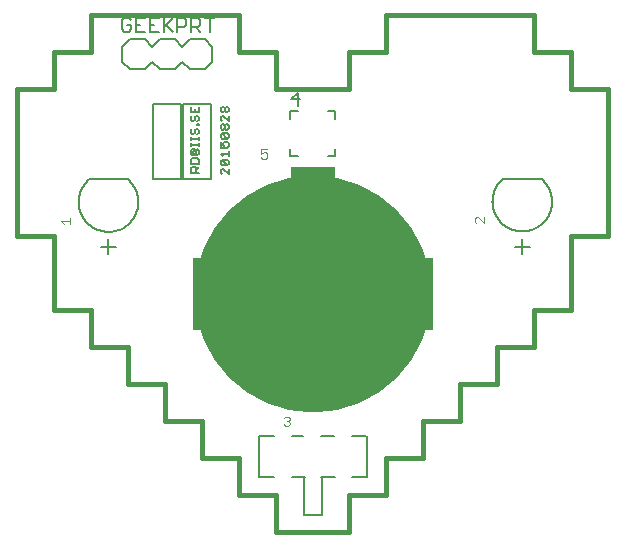
<source format=gto>
G75*
%MOIN*%
%OFA0B0*%
%FSLAX25Y25*%
%IPPOS*%
%LPD*%
%AMOC8*
5,1,8,0,0,1.08239X$1,22.5*
%
%ADD10C,0.01600*%
%ADD11C,0.79000*%
%ADD12R,0.07500X0.24000*%
%ADD13R,0.15000X0.05000*%
%ADD14C,0.00400*%
%ADD15C,0.00500*%
%ADD16C,0.00800*%
%ADD17C,0.00600*%
D10*
X0075619Y0051013D02*
X0075619Y0063316D01*
X0063316Y0063316D01*
X0063316Y0075619D01*
X0051013Y0075619D01*
X0051013Y0087922D01*
X0038709Y0087922D01*
X0038709Y0112528D01*
X0026406Y0112528D01*
X0026406Y0161741D01*
X0038709Y0161741D01*
X0038709Y0174044D01*
X0051013Y0174044D01*
X0051013Y0186347D01*
X0100225Y0186347D01*
X0100225Y0174044D01*
X0112528Y0174044D01*
X0112528Y0161741D01*
X0137135Y0161741D01*
X0137135Y0174044D01*
X0149438Y0174044D01*
X0149438Y0186347D01*
X0198650Y0186347D01*
X0198650Y0174044D01*
X0210954Y0174044D01*
X0210954Y0161741D01*
X0223257Y0161741D01*
X0223257Y0112528D01*
X0210954Y0112528D01*
X0210954Y0087922D01*
X0198650Y0087922D01*
X0198650Y0075619D01*
X0186347Y0075619D01*
X0186347Y0063316D01*
X0174044Y0063316D01*
X0174044Y0051013D01*
X0161741Y0051013D01*
X0161741Y0038709D01*
X0149438Y0038709D01*
X0149438Y0026406D01*
X0137135Y0026406D01*
X0137135Y0014103D01*
X0112528Y0014103D01*
X0112528Y0026406D01*
X0100225Y0026406D01*
X0100225Y0038709D01*
X0087922Y0038709D01*
X0087922Y0051013D01*
X0075619Y0051013D01*
D11*
X0124921Y0093242D03*
D12*
X0161171Y0093242D03*
X0088671Y0093242D03*
D13*
X0124921Y0133242D03*
D14*
X0109689Y0138959D02*
X0109172Y0138442D01*
X0108138Y0138442D01*
X0107621Y0138959D01*
X0107621Y0139993D02*
X0108655Y0140511D01*
X0109172Y0140511D01*
X0109689Y0139993D01*
X0109689Y0138959D01*
X0107621Y0139993D02*
X0107621Y0141545D01*
X0109689Y0141545D01*
X0044101Y0118725D02*
X0044101Y0116656D01*
X0044101Y0117690D02*
X0040998Y0117690D01*
X0042033Y0116656D01*
X0115146Y0051862D02*
X0115663Y0052379D01*
X0116697Y0052379D01*
X0117214Y0051862D01*
X0117214Y0051345D01*
X0116697Y0050828D01*
X0117214Y0050311D01*
X0117214Y0049794D01*
X0116697Y0049277D01*
X0115663Y0049277D01*
X0115146Y0049794D01*
X0116180Y0050828D02*
X0116697Y0050828D01*
X0179447Y0116821D02*
X0178930Y0117338D01*
X0178930Y0118373D01*
X0179447Y0118890D01*
X0179964Y0118890D01*
X0182032Y0116821D01*
X0182032Y0118890D01*
D15*
X0188232Y0131621D02*
X0188050Y0131460D01*
X0187872Y0131294D01*
X0187698Y0131123D01*
X0187529Y0130949D01*
X0187363Y0130770D01*
X0187203Y0130587D01*
X0187046Y0130401D01*
X0186895Y0130210D01*
X0186748Y0130016D01*
X0186606Y0129819D01*
X0186468Y0129618D01*
X0186336Y0129414D01*
X0186209Y0129206D01*
X0186087Y0128996D01*
X0185970Y0128782D01*
X0185858Y0128566D01*
X0185752Y0128347D01*
X0185651Y0128126D01*
X0185555Y0127902D01*
X0185465Y0127676D01*
X0185381Y0127448D01*
X0185302Y0127217D01*
X0185229Y0126985D01*
X0185162Y0126751D01*
X0185100Y0126516D01*
X0185044Y0126279D01*
X0184994Y0126041D01*
X0184950Y0125801D01*
X0184912Y0125561D01*
X0184880Y0125320D01*
X0184853Y0125078D01*
X0184833Y0124836D01*
X0184818Y0124593D01*
X0184810Y0124349D01*
X0184807Y0124106D01*
X0184810Y0123863D01*
X0184820Y0123620D01*
X0184835Y0123377D01*
X0184856Y0123134D01*
X0184883Y0122892D01*
X0184916Y0122651D01*
X0184955Y0122411D01*
X0185000Y0122172D01*
X0185051Y0121934D01*
X0185108Y0121697D01*
X0185170Y0121462D01*
X0185238Y0121228D01*
X0185312Y0120996D01*
X0185391Y0120766D01*
X0185476Y0120538D01*
X0185567Y0120313D01*
X0185663Y0120089D01*
X0185764Y0119868D01*
X0185871Y0119649D01*
X0185984Y0119433D01*
X0186101Y0119220D01*
X0186224Y0119010D01*
X0186352Y0118803D01*
X0186485Y0118599D01*
X0186623Y0118399D01*
X0186765Y0118202D01*
X0186913Y0118008D01*
X0187065Y0117818D01*
X0187222Y0117632D01*
X0187383Y0117450D01*
X0187549Y0117272D01*
X0187719Y0117098D01*
X0187894Y0116928D01*
X0188072Y0116762D01*
X0188254Y0116601D01*
X0188441Y0116445D01*
X0188631Y0116293D01*
X0188825Y0116146D01*
X0189022Y0116003D01*
X0189223Y0115866D01*
X0189427Y0115733D01*
X0189634Y0115605D01*
X0189844Y0115483D01*
X0190057Y0115366D01*
X0190274Y0115254D01*
X0190492Y0115147D01*
X0190714Y0115046D01*
X0190937Y0114950D01*
X0191163Y0114860D01*
X0191391Y0114775D01*
X0191622Y0114696D01*
X0191854Y0114623D01*
X0192087Y0114555D01*
X0192323Y0114493D01*
X0192559Y0114437D01*
X0192798Y0114386D01*
X0193037Y0114342D01*
X0193277Y0114303D01*
X0193518Y0114270D01*
X0193760Y0114244D01*
X0194003Y0114223D01*
X0194245Y0114208D01*
X0194489Y0114199D01*
X0194732Y0114196D01*
X0194975Y0114199D01*
X0195219Y0114208D01*
X0195461Y0114223D01*
X0195704Y0114244D01*
X0195946Y0114270D01*
X0196187Y0114303D01*
X0196427Y0114342D01*
X0196666Y0114386D01*
X0196905Y0114437D01*
X0197141Y0114493D01*
X0197377Y0114555D01*
X0197610Y0114623D01*
X0197842Y0114696D01*
X0198073Y0114775D01*
X0198301Y0114860D01*
X0198527Y0114950D01*
X0198750Y0115046D01*
X0198972Y0115147D01*
X0199190Y0115254D01*
X0199407Y0115366D01*
X0199620Y0115483D01*
X0199830Y0115605D01*
X0200037Y0115733D01*
X0200241Y0115866D01*
X0200442Y0116003D01*
X0200639Y0116146D01*
X0200833Y0116293D01*
X0201023Y0116445D01*
X0201210Y0116601D01*
X0201392Y0116762D01*
X0201570Y0116928D01*
X0201745Y0117098D01*
X0201915Y0117272D01*
X0202081Y0117450D01*
X0202242Y0117632D01*
X0202399Y0117818D01*
X0202551Y0118008D01*
X0202699Y0118202D01*
X0202841Y0118399D01*
X0202979Y0118599D01*
X0203112Y0118803D01*
X0203240Y0119010D01*
X0203363Y0119220D01*
X0203480Y0119433D01*
X0203593Y0119649D01*
X0203700Y0119868D01*
X0203801Y0120089D01*
X0203897Y0120313D01*
X0203988Y0120538D01*
X0204073Y0120766D01*
X0204152Y0120996D01*
X0204226Y0121228D01*
X0204294Y0121462D01*
X0204356Y0121697D01*
X0204413Y0121934D01*
X0204464Y0122172D01*
X0204509Y0122411D01*
X0204548Y0122651D01*
X0204581Y0122892D01*
X0204608Y0123134D01*
X0204629Y0123377D01*
X0204644Y0123620D01*
X0204654Y0123863D01*
X0204657Y0124106D01*
X0204654Y0124349D01*
X0204646Y0124593D01*
X0204631Y0124836D01*
X0204611Y0125078D01*
X0204584Y0125320D01*
X0204552Y0125561D01*
X0204514Y0125801D01*
X0204470Y0126041D01*
X0204420Y0126279D01*
X0204364Y0126516D01*
X0204302Y0126751D01*
X0204235Y0126985D01*
X0204162Y0127217D01*
X0204083Y0127448D01*
X0203999Y0127676D01*
X0203909Y0127902D01*
X0203813Y0128126D01*
X0203712Y0128347D01*
X0203606Y0128566D01*
X0203494Y0128782D01*
X0203377Y0128996D01*
X0203255Y0129206D01*
X0203128Y0129414D01*
X0202996Y0129618D01*
X0202858Y0129819D01*
X0202716Y0130016D01*
X0202569Y0130210D01*
X0202418Y0130401D01*
X0202261Y0130587D01*
X0202101Y0130770D01*
X0201935Y0130949D01*
X0201766Y0131123D01*
X0201592Y0131294D01*
X0201414Y0131460D01*
X0201232Y0131621D01*
X0188232Y0131621D01*
X0194732Y0111621D02*
X0194732Y0109121D01*
X0197232Y0109121D01*
X0194732Y0109121D02*
X0194732Y0106621D01*
X0194732Y0109121D02*
X0192232Y0109121D01*
X0119934Y0155876D02*
X0119934Y0160380D01*
X0117682Y0158128D01*
X0120685Y0158128D01*
X0096856Y0155258D02*
X0096856Y0154357D01*
X0096406Y0153907D01*
X0095956Y0153907D01*
X0095505Y0154357D01*
X0095505Y0155258D01*
X0095956Y0155708D01*
X0096406Y0155708D01*
X0096856Y0155258D01*
X0095505Y0155258D02*
X0095055Y0155708D01*
X0094604Y0155708D01*
X0094154Y0155258D01*
X0094154Y0154357D01*
X0094604Y0153907D01*
X0095055Y0153907D01*
X0095505Y0154357D01*
X0095055Y0152762D02*
X0094604Y0152762D01*
X0094154Y0152311D01*
X0094154Y0151410D01*
X0094604Y0150960D01*
X0094604Y0149815D02*
X0095055Y0149815D01*
X0095505Y0149365D01*
X0095505Y0148464D01*
X0095055Y0148014D01*
X0094604Y0148014D01*
X0094154Y0148464D01*
X0094154Y0149365D01*
X0094604Y0149815D01*
X0095505Y0149365D02*
X0095956Y0149815D01*
X0096406Y0149815D01*
X0096856Y0149365D01*
X0096856Y0148464D01*
X0096406Y0148014D01*
X0095956Y0148014D01*
X0095505Y0148464D01*
X0094604Y0146869D02*
X0096406Y0145067D01*
X0096856Y0145517D01*
X0096856Y0146418D01*
X0096406Y0146869D01*
X0094604Y0146869D01*
X0094154Y0146418D01*
X0094154Y0145517D01*
X0094604Y0145067D01*
X0096406Y0145067D01*
X0096406Y0143922D02*
X0096856Y0143472D01*
X0096856Y0142571D01*
X0096406Y0142121D01*
X0095505Y0142121D02*
X0095055Y0143021D01*
X0095055Y0143472D01*
X0095505Y0143922D01*
X0096406Y0143922D01*
X0095505Y0142121D02*
X0094154Y0142121D01*
X0094154Y0143922D01*
X0096856Y0140976D02*
X0096856Y0139174D01*
X0096856Y0140075D02*
X0094154Y0140075D01*
X0095055Y0139174D01*
X0094604Y0138029D02*
X0096406Y0136228D01*
X0096856Y0136678D01*
X0096856Y0137579D01*
X0096406Y0138029D01*
X0094604Y0138029D01*
X0094154Y0137579D01*
X0094154Y0136678D01*
X0094604Y0136228D01*
X0096406Y0136228D01*
X0096856Y0135083D02*
X0096856Y0133281D01*
X0095055Y0135083D01*
X0094604Y0135083D01*
X0094154Y0134632D01*
X0094154Y0133731D01*
X0094604Y0133281D01*
X0086856Y0133772D02*
X0084154Y0133772D01*
X0084154Y0135123D01*
X0084604Y0135574D01*
X0085505Y0135574D01*
X0085956Y0135123D01*
X0085956Y0133772D01*
X0085956Y0134673D02*
X0086856Y0135574D01*
X0086856Y0136719D02*
X0084154Y0136719D01*
X0084154Y0138070D01*
X0084604Y0138520D01*
X0086406Y0138520D01*
X0086856Y0138070D01*
X0086856Y0136719D01*
X0086406Y0139665D02*
X0084604Y0139665D01*
X0084154Y0140116D01*
X0084154Y0141016D01*
X0084604Y0141467D01*
X0085505Y0141467D01*
X0085956Y0141016D01*
X0085055Y0141016D01*
X0085055Y0140116D01*
X0085956Y0140116D01*
X0085956Y0141016D01*
X0086406Y0141467D02*
X0086856Y0141016D01*
X0086856Y0140116D01*
X0086406Y0139665D01*
X0086856Y0142612D02*
X0086856Y0143512D01*
X0086856Y0143062D02*
X0084154Y0143062D01*
X0084154Y0142612D02*
X0084154Y0143512D01*
X0084154Y0144576D02*
X0084154Y0145477D01*
X0084154Y0145026D02*
X0086856Y0145026D01*
X0086856Y0144576D02*
X0086856Y0145477D01*
X0086406Y0146540D02*
X0086856Y0146991D01*
X0086856Y0147891D01*
X0086406Y0148342D01*
X0085956Y0148342D01*
X0085505Y0147891D01*
X0085505Y0146991D01*
X0085055Y0146540D01*
X0084604Y0146540D01*
X0084154Y0146991D01*
X0084154Y0147891D01*
X0084604Y0148342D01*
X0086406Y0149487D02*
X0086406Y0149937D01*
X0086856Y0149937D01*
X0086856Y0149487D01*
X0086406Y0149487D01*
X0086406Y0150960D02*
X0086856Y0151410D01*
X0086856Y0152311D01*
X0086406Y0152762D01*
X0085956Y0152762D01*
X0085505Y0152311D01*
X0085505Y0151410D01*
X0085055Y0150960D01*
X0084604Y0150960D01*
X0084154Y0151410D01*
X0084154Y0152311D01*
X0084604Y0152762D01*
X0084154Y0153907D02*
X0086856Y0153907D01*
X0086856Y0155708D01*
X0085505Y0154807D02*
X0085505Y0153907D01*
X0084154Y0153907D02*
X0084154Y0155708D01*
X0095055Y0152762D02*
X0096856Y0150960D01*
X0096856Y0152762D01*
X0063301Y0131456D02*
X0050301Y0131456D01*
X0050119Y0131295D01*
X0049941Y0131129D01*
X0049767Y0130958D01*
X0049598Y0130784D01*
X0049432Y0130605D01*
X0049272Y0130422D01*
X0049115Y0130236D01*
X0048964Y0130045D01*
X0048817Y0129851D01*
X0048675Y0129654D01*
X0048537Y0129453D01*
X0048405Y0129249D01*
X0048278Y0129041D01*
X0048156Y0128831D01*
X0048039Y0128617D01*
X0047927Y0128401D01*
X0047821Y0128182D01*
X0047720Y0127961D01*
X0047624Y0127737D01*
X0047534Y0127511D01*
X0047450Y0127283D01*
X0047371Y0127052D01*
X0047298Y0126820D01*
X0047231Y0126586D01*
X0047169Y0126351D01*
X0047113Y0126114D01*
X0047063Y0125876D01*
X0047019Y0125636D01*
X0046981Y0125396D01*
X0046949Y0125155D01*
X0046922Y0124913D01*
X0046902Y0124671D01*
X0046887Y0124428D01*
X0046879Y0124184D01*
X0046876Y0123941D01*
X0046879Y0123698D01*
X0046889Y0123455D01*
X0046904Y0123212D01*
X0046925Y0122969D01*
X0046952Y0122727D01*
X0046985Y0122486D01*
X0047024Y0122246D01*
X0047069Y0122007D01*
X0047120Y0121769D01*
X0047177Y0121532D01*
X0047239Y0121297D01*
X0047307Y0121063D01*
X0047381Y0120831D01*
X0047460Y0120601D01*
X0047545Y0120373D01*
X0047636Y0120148D01*
X0047732Y0119924D01*
X0047833Y0119703D01*
X0047940Y0119484D01*
X0048053Y0119268D01*
X0048170Y0119055D01*
X0048293Y0118845D01*
X0048421Y0118638D01*
X0048554Y0118434D01*
X0048692Y0118234D01*
X0048834Y0118037D01*
X0048982Y0117843D01*
X0049134Y0117653D01*
X0049291Y0117467D01*
X0049452Y0117285D01*
X0049618Y0117107D01*
X0049788Y0116933D01*
X0049963Y0116763D01*
X0050141Y0116597D01*
X0050323Y0116436D01*
X0050510Y0116280D01*
X0050700Y0116128D01*
X0050894Y0115981D01*
X0051091Y0115838D01*
X0051292Y0115701D01*
X0051496Y0115568D01*
X0051703Y0115440D01*
X0051913Y0115318D01*
X0052126Y0115201D01*
X0052343Y0115089D01*
X0052561Y0114982D01*
X0052783Y0114881D01*
X0053006Y0114785D01*
X0053232Y0114695D01*
X0053460Y0114610D01*
X0053691Y0114531D01*
X0053923Y0114458D01*
X0054156Y0114390D01*
X0054392Y0114328D01*
X0054628Y0114272D01*
X0054867Y0114221D01*
X0055106Y0114177D01*
X0055346Y0114138D01*
X0055587Y0114105D01*
X0055829Y0114079D01*
X0056072Y0114058D01*
X0056314Y0114043D01*
X0056558Y0114034D01*
X0056801Y0114031D01*
X0057044Y0114034D01*
X0057288Y0114043D01*
X0057530Y0114058D01*
X0057773Y0114079D01*
X0058015Y0114105D01*
X0058256Y0114138D01*
X0058496Y0114177D01*
X0058735Y0114221D01*
X0058974Y0114272D01*
X0059210Y0114328D01*
X0059446Y0114390D01*
X0059679Y0114458D01*
X0059911Y0114531D01*
X0060142Y0114610D01*
X0060370Y0114695D01*
X0060596Y0114785D01*
X0060819Y0114881D01*
X0061041Y0114982D01*
X0061259Y0115089D01*
X0061476Y0115201D01*
X0061689Y0115318D01*
X0061899Y0115440D01*
X0062106Y0115568D01*
X0062310Y0115701D01*
X0062511Y0115838D01*
X0062708Y0115981D01*
X0062902Y0116128D01*
X0063092Y0116280D01*
X0063279Y0116436D01*
X0063461Y0116597D01*
X0063639Y0116763D01*
X0063814Y0116933D01*
X0063984Y0117107D01*
X0064150Y0117285D01*
X0064311Y0117467D01*
X0064468Y0117653D01*
X0064620Y0117843D01*
X0064768Y0118037D01*
X0064910Y0118234D01*
X0065048Y0118434D01*
X0065181Y0118638D01*
X0065309Y0118845D01*
X0065432Y0119055D01*
X0065549Y0119268D01*
X0065662Y0119484D01*
X0065769Y0119703D01*
X0065870Y0119924D01*
X0065966Y0120148D01*
X0066057Y0120373D01*
X0066142Y0120601D01*
X0066221Y0120831D01*
X0066295Y0121063D01*
X0066363Y0121297D01*
X0066425Y0121532D01*
X0066482Y0121769D01*
X0066533Y0122007D01*
X0066578Y0122246D01*
X0066617Y0122486D01*
X0066650Y0122727D01*
X0066677Y0122969D01*
X0066698Y0123212D01*
X0066713Y0123455D01*
X0066723Y0123698D01*
X0066726Y0123941D01*
X0066723Y0124184D01*
X0066715Y0124428D01*
X0066700Y0124671D01*
X0066680Y0124913D01*
X0066653Y0125155D01*
X0066621Y0125396D01*
X0066583Y0125636D01*
X0066539Y0125876D01*
X0066489Y0126114D01*
X0066433Y0126351D01*
X0066371Y0126586D01*
X0066304Y0126820D01*
X0066231Y0127052D01*
X0066152Y0127283D01*
X0066068Y0127511D01*
X0065978Y0127737D01*
X0065882Y0127961D01*
X0065781Y0128182D01*
X0065675Y0128401D01*
X0065563Y0128617D01*
X0065446Y0128831D01*
X0065324Y0129041D01*
X0065197Y0129249D01*
X0065065Y0129453D01*
X0064927Y0129654D01*
X0064785Y0129851D01*
X0064638Y0130045D01*
X0064487Y0130236D01*
X0064330Y0130422D01*
X0064170Y0130605D01*
X0064004Y0130784D01*
X0063835Y0130958D01*
X0063661Y0131129D01*
X0063483Y0131295D01*
X0063301Y0131456D01*
X0056801Y0111456D02*
X0056801Y0108956D01*
X0059301Y0108956D01*
X0056801Y0108956D02*
X0056801Y0106456D01*
X0056801Y0108956D02*
X0054301Y0108956D01*
X0107032Y0045966D02*
X0111954Y0045966D01*
X0107032Y0045966D02*
X0107032Y0032187D01*
X0107229Y0032187D02*
X0111954Y0032187D01*
X0117859Y0032187D02*
X0122190Y0032187D01*
X0121993Y0032187D02*
X0121993Y0019588D01*
X0127899Y0019588D01*
X0127899Y0032187D01*
X0127702Y0032187D02*
X0132426Y0032187D01*
X0137938Y0032187D02*
X0142662Y0032187D01*
X0142859Y0032187D02*
X0142859Y0045966D01*
X0142662Y0045966D02*
X0137938Y0045966D01*
X0132032Y0045966D02*
X0127702Y0045966D01*
X0121796Y0045966D02*
X0117859Y0045966D01*
X0090481Y0180727D02*
X0090481Y0185231D01*
X0088980Y0185231D02*
X0091982Y0185231D01*
X0087378Y0184480D02*
X0087378Y0182979D01*
X0086628Y0182228D01*
X0084376Y0182228D01*
X0085877Y0182228D02*
X0087378Y0180727D01*
X0084376Y0180727D02*
X0084376Y0185231D01*
X0086628Y0185231D01*
X0087378Y0184480D01*
X0082775Y0184480D02*
X0082775Y0182979D01*
X0082024Y0182228D01*
X0079772Y0182228D01*
X0079772Y0180727D02*
X0079772Y0185231D01*
X0082024Y0185231D01*
X0082775Y0184480D01*
X0078171Y0185231D02*
X0075168Y0182228D01*
X0075919Y0182979D02*
X0078171Y0180727D01*
X0075168Y0180727D02*
X0075168Y0185231D01*
X0073567Y0185231D02*
X0070564Y0185231D01*
X0070564Y0180727D01*
X0073567Y0180727D01*
X0072065Y0182979D02*
X0070564Y0182979D01*
X0068963Y0185231D02*
X0065960Y0185231D01*
X0065960Y0180727D01*
X0068963Y0180727D01*
X0067462Y0182979D02*
X0065960Y0182979D01*
X0064359Y0182979D02*
X0064359Y0181477D01*
X0063608Y0180727D01*
X0062107Y0180727D01*
X0061356Y0181477D01*
X0061356Y0184480D01*
X0062107Y0185231D01*
X0063608Y0185231D01*
X0064359Y0184480D01*
X0064359Y0182979D02*
X0062858Y0182979D01*
D16*
X0063906Y0178277D02*
X0061406Y0175777D01*
X0061406Y0170777D01*
X0063906Y0168277D01*
X0068906Y0168277D01*
X0071406Y0170777D01*
X0073906Y0168277D01*
X0078906Y0168277D01*
X0081406Y0170777D01*
X0083906Y0168277D01*
X0088906Y0168277D01*
X0091406Y0170777D01*
X0091406Y0175777D01*
X0088906Y0178277D01*
X0083906Y0178277D01*
X0081406Y0175777D01*
X0078906Y0178277D01*
X0073906Y0178277D01*
X0071406Y0175777D01*
X0068906Y0178277D01*
X0063906Y0178277D01*
X0071682Y0156505D02*
X0071682Y0131702D01*
X0081131Y0131702D01*
X0081131Y0156505D01*
X0071682Y0156505D01*
X0081682Y0156505D02*
X0081682Y0131702D01*
X0091131Y0131702D01*
X0091131Y0156505D01*
X0081682Y0156505D01*
D17*
X0117432Y0154126D02*
X0117432Y0151626D01*
X0117432Y0154126D02*
X0119932Y0154126D01*
X0129932Y0154126D02*
X0132432Y0154126D01*
X0132432Y0151626D01*
X0132432Y0141626D02*
X0132432Y0139126D01*
X0129932Y0139126D01*
X0119932Y0139126D02*
X0117432Y0139126D01*
X0117432Y0141626D01*
M02*

</source>
